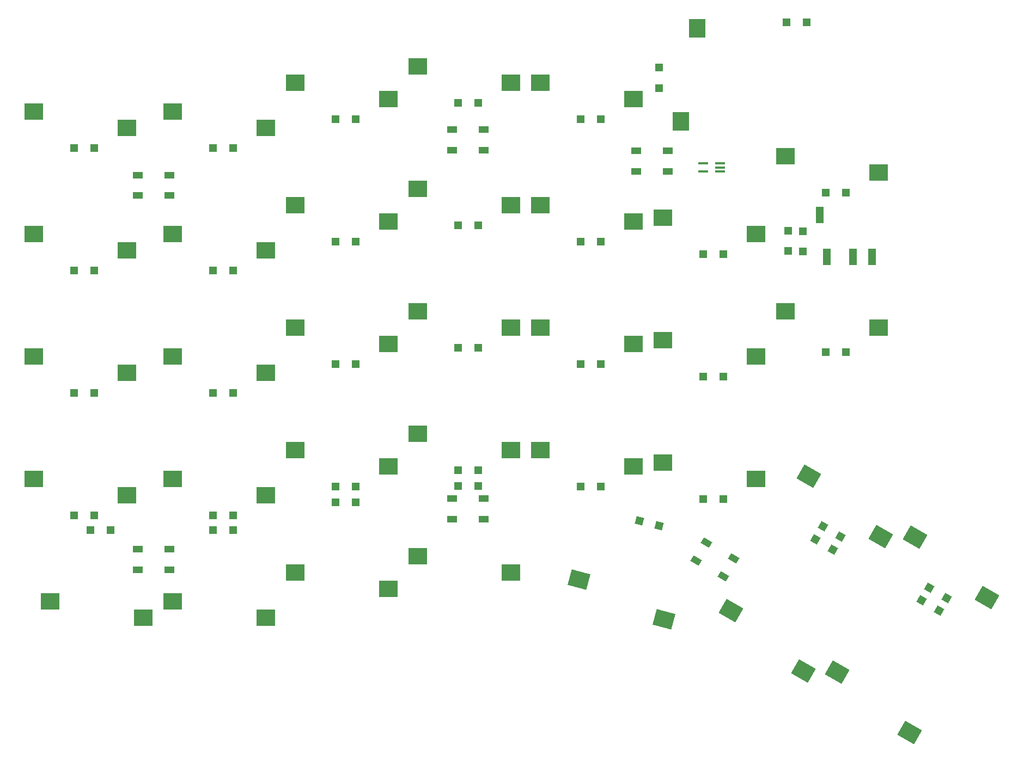
<source format=gtp>
G04 #@! TF.GenerationSoftware,KiCad,Pcbnew,(6.0.5-0)*
G04 #@! TF.CreationDate,2022-05-24T21:59:09-05:00*
G04 #@! TF.ProjectId,redox_rev2_recovery,7265646f-785f-4726-9576-325f7265636f,1.0*
G04 #@! TF.SameCoordinates,Original*
G04 #@! TF.FileFunction,Paste,Top*
G04 #@! TF.FilePolarity,Positive*
%FSLAX46Y46*%
G04 Gerber Fmt 4.6, Leading zero omitted, Abs format (unit mm)*
G04 Created by KiCad (PCBNEW (6.0.5-0)) date 2022-05-24 21:59:09*
%MOMM*%
%LPD*%
G01*
G04 APERTURE LIST*
G04 Aperture macros list*
%AMRotRect*
0 Rectangle, with rotation*
0 The origin of the aperture is its center*
0 $1 length*
0 $2 width*
0 $3 Rotation angle, in degrees counterclockwise*
0 Add horizontal line*
21,1,$1,$2,0,0,$3*%
G04 Aperture macros list end*
%ADD10R,1.200000X2.500000*%
%ADD11R,3.000000X2.500000*%
%ADD12R,2.500000X3.000000*%
%ADD13RotRect,3.000000X2.500000X150.000000*%
%ADD14RotRect,3.000000X2.500000X165.000000*%
%ADD15RotRect,1.200000X1.200000X150.000000*%
%ADD16RotRect,1.200000X1.200000X165.000000*%
%ADD17R,1.200000X1.200000*%
%ADD18R,1.500000X1.000000*%
%ADD19R,1.500000X0.400000*%
%ADD20RotRect,1.500000X1.000000X150.000000*%
G04 APERTURE END LIST*
D10*
X210935000Y-91896000D03*
X213935000Y-91896000D03*
X205835000Y-85396000D03*
X206935000Y-91896000D03*
D11*
X98062860Y-71785480D03*
X83662860Y-69245480D03*
X119652860Y-71785480D03*
X105252860Y-69245480D03*
X138702860Y-67340480D03*
X124302860Y-64800480D03*
X157752860Y-64800480D03*
X143352860Y-62260480D03*
X176802860Y-67340480D03*
X162402860Y-64800480D03*
D12*
X184172860Y-70765480D03*
X186712860Y-56365480D03*
D11*
X214902860Y-78770480D03*
X200502860Y-76230480D03*
X138702860Y-86390480D03*
X124302860Y-83850480D03*
X157752860Y-83850480D03*
X143352860Y-81310480D03*
X176802860Y-86390480D03*
X162402860Y-83850480D03*
X195852860Y-88295480D03*
X181452860Y-85755480D03*
X214902860Y-102900480D03*
X200502860Y-100360480D03*
X98062860Y-109885480D03*
X83662860Y-107345480D03*
X119652860Y-109885480D03*
X105252860Y-107345480D03*
X138702860Y-105440480D03*
X124302860Y-102900480D03*
X157752860Y-102900480D03*
X143352860Y-100360480D03*
X176802860Y-105440480D03*
X162402860Y-102900480D03*
X195852860Y-107345480D03*
X181452860Y-104805480D03*
D13*
X215288628Y-135364889D03*
X204087862Y-125965185D03*
D11*
X98062860Y-128935480D03*
X83662860Y-126395480D03*
X119652860Y-128935480D03*
X105252860Y-126395480D03*
X138702860Y-124490480D03*
X124302860Y-121950480D03*
X157752860Y-121950480D03*
X143352860Y-119410480D03*
X176802860Y-124490480D03*
X162402860Y-121950480D03*
X195852860Y-126395480D03*
X181452860Y-123855480D03*
D13*
X231798628Y-144889889D03*
X220597862Y-135490185D03*
D11*
X100602860Y-147985480D03*
X86202860Y-145445480D03*
X119652860Y-147985480D03*
X105252860Y-145445480D03*
X138702860Y-143540480D03*
X124302860Y-141000480D03*
X157752860Y-141000480D03*
X143352860Y-138460480D03*
D14*
X181613170Y-148250589D03*
X168361238Y-142070143D03*
D13*
X203223628Y-156319889D03*
X192022862Y-146920185D03*
X219733628Y-165844889D03*
X208532862Y-156445185D03*
D11*
X98062860Y-90835480D03*
X83662860Y-88295480D03*
X119652860Y-90835480D03*
X105252860Y-88295480D03*
D15*
X205136010Y-135862500D03*
X207863990Y-137437500D03*
D16*
X177807334Y-132934720D03*
X180850000Y-133750000D03*
D17*
X149550000Y-127500000D03*
X152700000Y-127500000D03*
X130525000Y-130050000D03*
X133675000Y-130050000D03*
X111475000Y-134400000D03*
X114625000Y-134400000D03*
X168605000Y-108585000D03*
X171755000Y-108585000D03*
X89865000Y-74930000D03*
X93015000Y-74930000D03*
X168605000Y-70485000D03*
X171755000Y-70485000D03*
X111455000Y-93980000D03*
X114605000Y-93980000D03*
X130505000Y-70485000D03*
X133655000Y-70485000D03*
X206705000Y-106680000D03*
X209855000Y-106680000D03*
X168605000Y-89535000D03*
X171755000Y-89535000D03*
X89865000Y-113030000D03*
X93015000Y-113030000D03*
X111455000Y-74930000D03*
X114605000Y-74930000D03*
X149555000Y-86995000D03*
X152705000Y-86995000D03*
X180850000Y-65600000D03*
X180850000Y-62450000D03*
X149555000Y-106045000D03*
X152705000Y-106045000D03*
X149555000Y-125095000D03*
X152705000Y-125095000D03*
X187655000Y-110490000D03*
X190805000Y-110490000D03*
X89865000Y-132080000D03*
X93015000Y-132080000D03*
X149555000Y-67945000D03*
X152705000Y-67945000D03*
D15*
X206281010Y-133832500D03*
X209008990Y-135407500D03*
D17*
X130505000Y-89535000D03*
X133655000Y-89535000D03*
X168605000Y-127635000D03*
X171755000Y-127635000D03*
X89865000Y-93980000D03*
X93015000Y-93980000D03*
X206705000Y-81915000D03*
X209855000Y-81915000D03*
X187655000Y-91440000D03*
X190805000Y-91440000D03*
X111455000Y-113030000D03*
X114605000Y-113030000D03*
X111455000Y-132080000D03*
X114605000Y-132080000D03*
X130505000Y-108585000D03*
X133655000Y-108585000D03*
D15*
X221636010Y-145312500D03*
X224363990Y-146887500D03*
D17*
X130505000Y-127635000D03*
X133655000Y-127635000D03*
D15*
X222791010Y-143357500D03*
X225518990Y-144932500D03*
D17*
X187655000Y-129540000D03*
X190805000Y-129540000D03*
X92425000Y-134366000D03*
X95575000Y-134366000D03*
D18*
X153580000Y-132664000D03*
X153580000Y-129464000D03*
X148680000Y-129464000D03*
X148680000Y-132664000D03*
D19*
X190306000Y-78628000D03*
X190306000Y-77978000D03*
X190306000Y-77328000D03*
X187646000Y-77328000D03*
X187646000Y-78628000D03*
D17*
X203200000Y-87884000D03*
X203200000Y-91034000D03*
D18*
X104707860Y-140538000D03*
X104707860Y-137338000D03*
X99807860Y-137338000D03*
X99807860Y-140538000D03*
D17*
X200609000Y-55372000D03*
X203759000Y-55372000D03*
D18*
X148680000Y-72060000D03*
X148680000Y-75260000D03*
X153580000Y-75260000D03*
X153580000Y-72060000D03*
D17*
X200914000Y-87833000D03*
X200914000Y-90983000D03*
D18*
X177277860Y-75362000D03*
X177277860Y-78562000D03*
X182177860Y-78562000D03*
X182177860Y-75362000D03*
X99807860Y-79156000D03*
X99807860Y-82356000D03*
X104707860Y-82356000D03*
X104707860Y-79156000D03*
D20*
X190805762Y-141548641D03*
X192405762Y-138777359D03*
X188162238Y-136327359D03*
X186562238Y-139098641D03*
M02*

</source>
